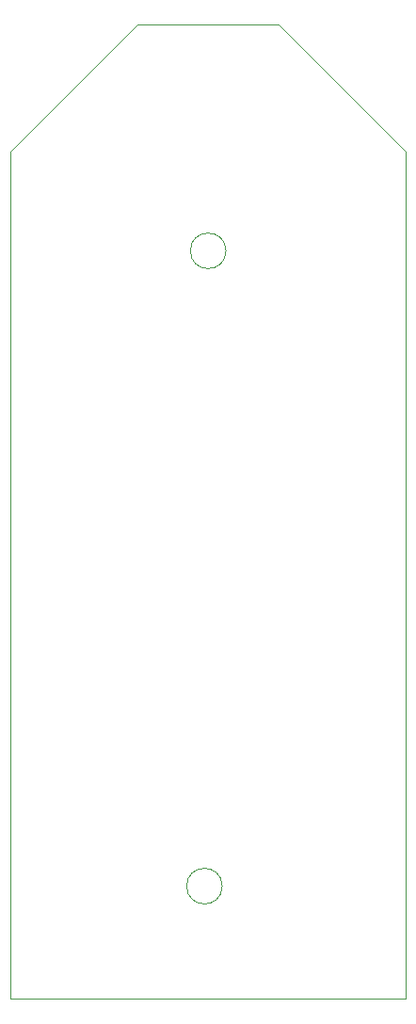
<source format=gbr>
%TF.GenerationSoftware,KiCad,Pcbnew,7.0.2*%
%TF.CreationDate,2023-06-03T15:00:15-04:00*%
%TF.ProjectId,Power distribution 3pin 1-to-8,506f7765-7220-4646-9973-747269627574,rev?*%
%TF.SameCoordinates,Original*%
%TF.FileFunction,Profile,NP*%
%FSLAX46Y46*%
G04 Gerber Fmt 4.6, Leading zero omitted, Abs format (unit mm)*
G04 Created by KiCad (PCBNEW 7.0.2) date 2023-06-03 15:00:15*
%MOMM*%
%LPD*%
G01*
G04 APERTURE LIST*
%TA.AperFunction,Profile*%
%ADD10C,0.100000*%
%TD*%
G04 APERTURE END LIST*
D10*
X62230000Y-118110000D02*
G75*
G03*
X62230000Y-118110000I-1600000J0D01*
G01*
X62560000Y-60960000D02*
G75*
G03*
X62560000Y-60960000I-1600000J0D01*
G01*
X78740000Y-52070000D02*
X78740000Y-128270000D01*
X43180000Y-128270000D01*
X43180000Y-52070000D01*
X54610000Y-40640000D01*
X67310000Y-40640000D01*
X78740000Y-52070000D01*
M02*

</source>
